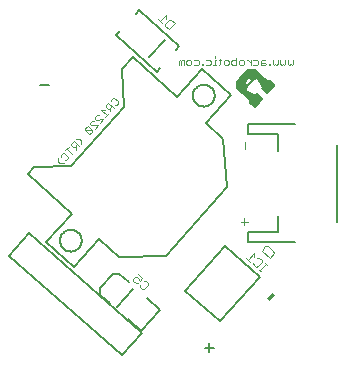
<source format=gbo>
G75*
%MOIN*%
%OFA0B0*%
%FSLAX24Y24*%
%IPPOS*%
%LPD*%
%AMOC8*
5,1,8,0,0,1.08239X$1,22.5*
%
%ADD10C,0.0030*%
%ADD11C,0.0040*%
%ADD12C,0.0050*%
%ADD13C,0.0010*%
%ADD14R,0.0100X0.0250*%
%ADD15C,0.0080*%
D10*
X005225Y002894D02*
X005297Y002829D01*
X005365Y002833D01*
X005430Y002904D02*
X005390Y003005D01*
X005354Y003037D01*
X005286Y003034D01*
X005221Y002962D01*
X005225Y002894D01*
X005430Y002904D02*
X005527Y003012D01*
X005383Y003142D01*
X005569Y002909D02*
X005638Y002912D01*
X005710Y002847D01*
X005713Y002779D01*
X005584Y002635D01*
X005515Y002632D01*
X005444Y002697D01*
X005440Y002765D01*
X008977Y003675D02*
X009121Y003546D01*
X009049Y003611D02*
X009244Y003826D01*
X009251Y003690D01*
X009358Y003658D02*
X009427Y003662D01*
X009498Y003597D01*
X009502Y003529D01*
X009373Y003385D01*
X009304Y003381D01*
X009232Y003446D01*
X009229Y003514D01*
X009414Y003282D02*
X009486Y003217D01*
X009450Y003250D02*
X009644Y003465D01*
X009680Y003433D02*
X009608Y003498D01*
X004663Y008776D02*
X004718Y008838D01*
X004715Y008897D01*
X004591Y009008D01*
X004533Y009005D01*
X004477Y008943D01*
X004480Y008884D01*
X004388Y008845D02*
X004574Y008677D01*
X004512Y008733D02*
X004428Y008640D01*
X004369Y008637D01*
X004307Y008693D01*
X004304Y008752D01*
X004388Y008845D01*
X004456Y008671D02*
X004462Y008553D01*
X004401Y008486D02*
X004290Y008362D01*
X004346Y008424D02*
X004160Y008591D01*
X004277Y008597D01*
X004074Y008434D02*
X004015Y008431D01*
X003959Y008369D01*
X003962Y008310D01*
X003993Y008282D01*
X004229Y008294D01*
X004117Y008170D01*
X004056Y008102D02*
X003945Y007979D01*
X003853Y007939D02*
X003856Y007880D01*
X003800Y007818D01*
X003741Y007815D01*
X003617Y007926D01*
X003853Y007939D01*
X003729Y008050D01*
X003670Y008047D01*
X003614Y007985D01*
X003617Y007926D01*
X003790Y008118D02*
X003787Y008177D01*
X003842Y008239D01*
X003901Y008242D01*
X003790Y008118D02*
X003821Y008090D01*
X004056Y008102D01*
X003477Y007584D02*
X003415Y007639D01*
X003297Y007633D01*
X003238Y007567D02*
X003154Y007474D01*
X003157Y007416D01*
X003219Y007360D01*
X003278Y007363D01*
X003362Y007456D01*
X003424Y007400D02*
X003238Y007567D01*
X003306Y007394D02*
X003312Y007276D01*
X003195Y007146D02*
X003009Y007314D01*
X002954Y007252D02*
X003065Y007376D01*
X002924Y007156D02*
X003048Y007045D01*
X003051Y006986D01*
X002995Y006924D01*
X002936Y006921D01*
X002906Y006825D02*
X002788Y006819D01*
X002726Y006875D01*
X002720Y006993D01*
X002812Y007032D02*
X002809Y007091D01*
X002865Y007153D01*
X002924Y007156D01*
X003483Y007466D02*
X003477Y007584D01*
X004604Y008773D02*
X004663Y008776D01*
X006733Y010095D02*
X006733Y010220D01*
X006775Y010262D01*
X006817Y010220D01*
X006817Y010095D01*
X006900Y010095D02*
X006900Y010262D01*
X006858Y010262D01*
X006817Y010220D01*
X006991Y010220D02*
X006991Y010137D01*
X007033Y010095D01*
X007116Y010095D01*
X007158Y010137D01*
X007158Y010220D01*
X007116Y010262D01*
X007033Y010262D01*
X006991Y010220D01*
X007249Y010262D02*
X007374Y010262D01*
X007416Y010220D01*
X007416Y010137D01*
X007374Y010095D01*
X007249Y010095D01*
X007503Y010095D02*
X007545Y010095D01*
X007545Y010137D01*
X007503Y010137D01*
X007503Y010095D01*
X007636Y010095D02*
X007761Y010095D01*
X007802Y010137D01*
X007802Y010220D01*
X007761Y010262D01*
X007636Y010262D01*
X007933Y010262D02*
X007933Y010095D01*
X007974Y010095D02*
X007891Y010095D01*
X008063Y010095D02*
X008105Y010137D01*
X008105Y010304D01*
X008146Y010262D02*
X008063Y010262D01*
X007974Y010262D02*
X007933Y010262D01*
X007933Y010345D02*
X007933Y010387D01*
X008237Y010220D02*
X008237Y010137D01*
X008279Y010095D01*
X008362Y010095D01*
X008404Y010137D01*
X008404Y010220D01*
X008362Y010262D01*
X008279Y010262D01*
X008237Y010220D01*
X008495Y010220D02*
X008495Y010137D01*
X008537Y010095D01*
X008662Y010095D01*
X008662Y010345D01*
X008662Y010262D02*
X008537Y010262D01*
X008495Y010220D01*
X008753Y010220D02*
X008753Y010137D01*
X008795Y010095D01*
X008878Y010095D01*
X008920Y010137D01*
X008920Y010220D01*
X008878Y010262D01*
X008795Y010262D01*
X008753Y010220D01*
X009009Y010262D02*
X009051Y010262D01*
X009135Y010178D01*
X009135Y010095D02*
X009135Y010262D01*
X009226Y010262D02*
X009351Y010262D01*
X009392Y010220D01*
X009392Y010137D01*
X009351Y010095D01*
X009226Y010095D01*
X009483Y010095D02*
X009608Y010095D01*
X009650Y010137D01*
X009608Y010178D01*
X009483Y010178D01*
X009483Y010220D02*
X009483Y010095D01*
X009483Y010220D02*
X009525Y010262D01*
X009608Y010262D01*
X009737Y010137D02*
X009737Y010095D01*
X009779Y010095D01*
X009779Y010137D01*
X009737Y010137D01*
X009870Y010137D02*
X009870Y010262D01*
X009870Y010137D02*
X009912Y010095D01*
X009954Y010137D01*
X009995Y010095D01*
X010037Y010137D01*
X010037Y010262D01*
X010128Y010262D02*
X010128Y010137D01*
X010170Y010095D01*
X010211Y010137D01*
X010253Y010095D01*
X010295Y010137D01*
X010295Y010262D01*
X010386Y010262D02*
X010386Y010137D01*
X010427Y010095D01*
X010469Y010137D01*
X010511Y010095D01*
X010553Y010137D01*
X010553Y010262D01*
X006596Y011514D02*
X006488Y011611D01*
X006420Y011608D01*
X006291Y011464D01*
X006294Y011396D01*
X006402Y011299D01*
X006596Y011514D01*
X006313Y011640D02*
X006305Y011776D01*
X006111Y011561D01*
X006039Y011625D02*
X006183Y011496D01*
D11*
X008937Y007540D02*
X008937Y007300D01*
X008917Y005000D02*
X008917Y004760D01*
X008797Y004880D02*
X009037Y004880D01*
X009622Y004050D02*
X009706Y004058D01*
X009890Y003903D01*
X009898Y003819D01*
X009782Y003681D01*
X009506Y003912D01*
X009622Y004050D01*
D12*
X003256Y003375D02*
X002326Y004213D01*
X003163Y005143D01*
X001697Y006464D01*
X001912Y006703D01*
X003134Y006737D01*
X004912Y008712D01*
X004857Y009973D01*
X005206Y010361D01*
X006672Y009041D01*
X007510Y009971D01*
X008470Y009107D01*
X007632Y008177D01*
X008226Y007641D01*
X008354Y006025D01*
X006298Y003741D01*
X004762Y003704D01*
X004094Y004306D01*
X003256Y003375D01*
X002779Y004243D02*
X002781Y004281D01*
X002787Y004318D01*
X002797Y004355D01*
X002810Y004390D01*
X002827Y004423D01*
X002848Y004455D01*
X002872Y004485D01*
X002898Y004511D01*
X002928Y004535D01*
X002959Y004556D01*
X002993Y004573D01*
X003028Y004586D01*
X003065Y004596D01*
X003102Y004602D01*
X003140Y004604D01*
X003178Y004602D01*
X003215Y004596D01*
X003252Y004586D01*
X003287Y004573D01*
X003320Y004556D01*
X003352Y004535D01*
X003382Y004511D01*
X003408Y004485D01*
X003432Y004455D01*
X003453Y004424D01*
X003470Y004390D01*
X003483Y004355D01*
X003493Y004318D01*
X003499Y004281D01*
X003501Y004243D01*
X003499Y004205D01*
X003493Y004168D01*
X003483Y004131D01*
X003470Y004096D01*
X003453Y004063D01*
X003432Y004031D01*
X003408Y004001D01*
X003382Y003975D01*
X003352Y003951D01*
X003321Y003930D01*
X003287Y003913D01*
X003252Y003900D01*
X003215Y003890D01*
X003178Y003884D01*
X003140Y003882D01*
X003102Y003884D01*
X003065Y003890D01*
X003028Y003900D01*
X002993Y003913D01*
X002960Y003930D01*
X002928Y003951D01*
X002898Y003975D01*
X002872Y004001D01*
X002848Y004031D01*
X002827Y004062D01*
X002810Y004096D01*
X002797Y004131D01*
X002787Y004168D01*
X002781Y004205D01*
X002779Y004243D01*
X004678Y002043D02*
X005214Y002638D01*
X006956Y002582D02*
X008101Y001552D01*
X009439Y003038D01*
X008294Y004068D01*
X006956Y002582D01*
X007747Y000825D02*
X007747Y000525D01*
X007597Y000675D02*
X007897Y000675D01*
X007211Y009075D02*
X007213Y009113D01*
X007219Y009150D01*
X007229Y009187D01*
X007242Y009222D01*
X007259Y009255D01*
X007280Y009287D01*
X007304Y009317D01*
X007330Y009343D01*
X007360Y009367D01*
X007391Y009388D01*
X007425Y009405D01*
X007460Y009418D01*
X007497Y009428D01*
X007534Y009434D01*
X007572Y009436D01*
X007610Y009434D01*
X007647Y009428D01*
X007684Y009418D01*
X007719Y009405D01*
X007752Y009388D01*
X007784Y009367D01*
X007814Y009343D01*
X007840Y009317D01*
X007864Y009287D01*
X007885Y009256D01*
X007902Y009222D01*
X007915Y009187D01*
X007925Y009150D01*
X007931Y009113D01*
X007933Y009075D01*
X007931Y009037D01*
X007925Y009000D01*
X007915Y008963D01*
X007902Y008928D01*
X007885Y008895D01*
X007864Y008863D01*
X007840Y008833D01*
X007814Y008807D01*
X007784Y008783D01*
X007753Y008762D01*
X007719Y008745D01*
X007684Y008732D01*
X007647Y008722D01*
X007610Y008716D01*
X007572Y008714D01*
X007534Y008716D01*
X007497Y008722D01*
X007460Y008732D01*
X007425Y008745D01*
X007392Y008762D01*
X007360Y008783D01*
X007330Y008807D01*
X007304Y008833D01*
X007280Y008863D01*
X007259Y008894D01*
X007242Y008928D01*
X007229Y008963D01*
X007219Y009000D01*
X007213Y009037D01*
X007211Y009075D01*
X002403Y009430D02*
X002103Y009430D01*
D13*
X008648Y009555D02*
X008652Y009336D01*
X009113Y008921D01*
X009066Y008869D01*
X009259Y008695D01*
X009520Y008985D01*
X009327Y009159D01*
X009274Y009099D01*
X008938Y009280D01*
X009012Y009362D01*
X008990Y009382D01*
X009097Y009501D01*
X009082Y009514D01*
X009008Y009432D01*
X008912Y009519D01*
X008649Y009519D01*
X008648Y009527D02*
X008919Y009527D01*
X008912Y009519D02*
X009072Y009698D01*
X009169Y009611D01*
X009082Y009514D01*
X009097Y009501D01*
X009224Y009642D01*
X009246Y009622D01*
X009320Y009704D01*
X009521Y009374D01*
X009871Y009374D01*
X009863Y009366D02*
X009513Y009366D01*
X009506Y009357D02*
X009856Y009357D01*
X009848Y009349D02*
X009498Y009349D01*
X009491Y009340D02*
X009840Y009340D01*
X009833Y009332D02*
X009483Y009332D01*
X009481Y009330D02*
X009521Y009374D01*
X009516Y009383D02*
X009879Y009383D01*
X009886Y009391D02*
X009511Y009391D01*
X009506Y009400D02*
X009894Y009400D01*
X009902Y009408D02*
X009500Y009408D01*
X009495Y009417D02*
X009909Y009417D01*
X009917Y009425D02*
X009490Y009425D01*
X009485Y009434D02*
X009925Y009434D01*
X009928Y009438D02*
X009674Y009156D01*
X009481Y009330D01*
X009488Y009323D02*
X009825Y009323D01*
X009817Y009315D02*
X009498Y009315D01*
X009507Y009306D02*
X009810Y009306D01*
X009802Y009298D02*
X009516Y009298D01*
X009526Y009289D02*
X009794Y009289D01*
X009787Y009281D02*
X009535Y009281D01*
X009545Y009272D02*
X009779Y009272D01*
X009772Y009264D02*
X009554Y009264D01*
X009564Y009255D02*
X009764Y009255D01*
X009756Y009247D02*
X009573Y009247D01*
X009583Y009238D02*
X009749Y009238D01*
X009741Y009230D02*
X009592Y009230D01*
X009601Y009221D02*
X009733Y009221D01*
X009726Y009213D02*
X009611Y009213D01*
X009620Y009204D02*
X009718Y009204D01*
X009710Y009196D02*
X009630Y009196D01*
X009639Y009187D02*
X009703Y009187D01*
X009695Y009179D02*
X009649Y009179D01*
X009658Y009170D02*
X009687Y009170D01*
X009680Y009162D02*
X009668Y009162D01*
X009513Y008992D02*
X009034Y008992D01*
X009025Y009000D02*
X009503Y009000D01*
X009494Y009009D02*
X009015Y009009D01*
X009006Y009017D02*
X009484Y009017D01*
X009475Y009026D02*
X008997Y009026D01*
X008987Y009034D02*
X009465Y009034D01*
X009456Y009043D02*
X008978Y009043D01*
X008968Y009051D02*
X009447Y009051D01*
X009437Y009060D02*
X008959Y009060D01*
X008949Y009068D02*
X009428Y009068D01*
X009418Y009077D02*
X008940Y009077D01*
X008931Y009085D02*
X009409Y009085D01*
X009399Y009094D02*
X008921Y009094D01*
X008912Y009102D02*
X009268Y009102D01*
X009276Y009102D02*
X009390Y009102D01*
X009380Y009111D02*
X009284Y009111D01*
X009292Y009119D02*
X009371Y009119D01*
X009362Y009128D02*
X009299Y009128D01*
X009307Y009136D02*
X009352Y009136D01*
X009343Y009145D02*
X009314Y009145D01*
X009322Y009153D02*
X009333Y009153D01*
X009252Y009111D02*
X008902Y009111D01*
X008893Y009119D02*
X009237Y009119D01*
X009221Y009128D02*
X008883Y009128D01*
X008874Y009136D02*
X009205Y009136D01*
X009189Y009145D02*
X008864Y009145D01*
X008855Y009153D02*
X009174Y009153D01*
X009158Y009162D02*
X008846Y009162D01*
X008836Y009170D02*
X009142Y009170D01*
X009126Y009179D02*
X008827Y009179D01*
X008817Y009187D02*
X009110Y009187D01*
X009095Y009196D02*
X008808Y009196D01*
X008798Y009204D02*
X009079Y009204D01*
X009063Y009213D02*
X008789Y009213D01*
X008779Y009221D02*
X009047Y009221D01*
X009032Y009230D02*
X008770Y009230D01*
X008761Y009238D02*
X009016Y009238D01*
X009000Y009247D02*
X008751Y009247D01*
X008742Y009255D02*
X008984Y009255D01*
X008969Y009264D02*
X008732Y009264D01*
X008723Y009272D02*
X008953Y009272D01*
X008939Y009281D02*
X008713Y009281D01*
X008704Y009289D02*
X008947Y009289D01*
X008954Y009298D02*
X008694Y009298D01*
X008685Y009306D02*
X008962Y009306D01*
X008970Y009315D02*
X008676Y009315D01*
X008666Y009323D02*
X008977Y009323D01*
X008985Y009332D02*
X008657Y009332D01*
X008652Y009340D02*
X008993Y009340D01*
X009000Y009349D02*
X008652Y009349D01*
X008652Y009357D02*
X009008Y009357D01*
X009008Y009366D02*
X008652Y009366D01*
X008651Y009374D02*
X008998Y009374D01*
X008991Y009383D02*
X008651Y009383D01*
X008651Y009391D02*
X008998Y009391D01*
X009006Y009400D02*
X008651Y009400D01*
X008651Y009408D02*
X009014Y009408D01*
X009021Y009417D02*
X008651Y009417D01*
X008650Y009425D02*
X009029Y009425D01*
X009036Y009434D02*
X009010Y009434D01*
X009007Y009434D02*
X008650Y009434D01*
X008650Y009442D02*
X008997Y009442D01*
X008988Y009451D02*
X008650Y009451D01*
X008650Y009459D02*
X008978Y009459D01*
X008969Y009468D02*
X008650Y009468D01*
X008649Y009476D02*
X008960Y009476D01*
X008950Y009485D02*
X008649Y009485D01*
X008649Y009493D02*
X008941Y009493D01*
X008931Y009502D02*
X008649Y009502D01*
X008649Y009510D02*
X008922Y009510D01*
X008926Y009536D02*
X008648Y009536D01*
X008648Y009544D02*
X008934Y009544D01*
X008942Y009553D02*
X008648Y009553D01*
X008648Y009555D02*
X009016Y009964D01*
X009242Y009976D01*
X009695Y009567D01*
X009735Y009612D01*
X009928Y009438D01*
X009924Y009442D02*
X009480Y009442D01*
X009474Y009451D02*
X009914Y009451D01*
X009905Y009459D02*
X009469Y009459D01*
X009464Y009468D02*
X009896Y009468D01*
X009886Y009476D02*
X009459Y009476D01*
X009454Y009485D02*
X009877Y009485D01*
X009867Y009493D02*
X009448Y009493D01*
X009443Y009502D02*
X009858Y009502D01*
X009848Y009510D02*
X009438Y009510D01*
X009433Y009519D02*
X009839Y009519D01*
X009829Y009527D02*
X009428Y009527D01*
X009422Y009536D02*
X009820Y009536D01*
X009811Y009544D02*
X009417Y009544D01*
X009412Y009553D02*
X009801Y009553D01*
X009792Y009561D02*
X009407Y009561D01*
X009402Y009570D02*
X009693Y009570D01*
X009697Y009570D02*
X009782Y009570D01*
X009773Y009578D02*
X009705Y009578D01*
X009712Y009587D02*
X009763Y009587D01*
X009754Y009595D02*
X009720Y009595D01*
X009728Y009604D02*
X009745Y009604D01*
X009683Y009578D02*
X009396Y009578D01*
X009391Y009587D02*
X009674Y009587D01*
X009664Y009595D02*
X009386Y009595D01*
X009381Y009604D02*
X009655Y009604D01*
X009645Y009612D02*
X009376Y009612D01*
X009370Y009621D02*
X009636Y009621D01*
X009627Y009629D02*
X009365Y009629D01*
X009360Y009638D02*
X009617Y009638D01*
X009608Y009646D02*
X009355Y009646D01*
X009350Y009655D02*
X009598Y009655D01*
X009589Y009663D02*
X009344Y009663D01*
X009339Y009672D02*
X009579Y009672D01*
X009570Y009680D02*
X009334Y009680D01*
X009329Y009689D02*
X009560Y009689D01*
X009551Y009697D02*
X009324Y009697D01*
X009314Y009697D02*
X009073Y009697D01*
X009072Y009697D02*
X008776Y009697D01*
X008768Y009689D02*
X009064Y009689D01*
X009057Y009680D02*
X008761Y009680D01*
X008753Y009672D02*
X009049Y009672D01*
X009041Y009663D02*
X008745Y009663D01*
X008738Y009655D02*
X009034Y009655D01*
X009026Y009646D02*
X008730Y009646D01*
X008722Y009638D02*
X009018Y009638D01*
X009011Y009629D02*
X008715Y009629D01*
X008707Y009621D02*
X009003Y009621D01*
X008995Y009612D02*
X008699Y009612D01*
X008692Y009604D02*
X008988Y009604D01*
X008980Y009595D02*
X008684Y009595D01*
X008676Y009587D02*
X008972Y009587D01*
X008965Y009578D02*
X008669Y009578D01*
X008661Y009570D02*
X008957Y009570D01*
X008949Y009561D02*
X008653Y009561D01*
X008783Y009706D02*
X009542Y009706D01*
X009532Y009714D02*
X008791Y009714D01*
X008799Y009723D02*
X009523Y009723D01*
X009513Y009731D02*
X008806Y009731D01*
X008814Y009740D02*
X009504Y009740D01*
X009494Y009748D02*
X008822Y009748D01*
X008829Y009757D02*
X009485Y009757D01*
X009475Y009765D02*
X008837Y009765D01*
X008845Y009774D02*
X009466Y009774D01*
X009457Y009782D02*
X008852Y009782D01*
X008860Y009791D02*
X009447Y009791D01*
X009438Y009799D02*
X008868Y009799D01*
X008875Y009808D02*
X009428Y009808D01*
X009419Y009816D02*
X008883Y009816D01*
X008891Y009825D02*
X009409Y009825D01*
X009400Y009833D02*
X008898Y009833D01*
X008906Y009842D02*
X009391Y009842D01*
X009381Y009850D02*
X008914Y009850D01*
X008921Y009859D02*
X009372Y009859D01*
X009362Y009867D02*
X008929Y009867D01*
X008937Y009876D02*
X009353Y009876D01*
X009343Y009884D02*
X008944Y009884D01*
X008952Y009893D02*
X009334Y009893D01*
X009324Y009901D02*
X008960Y009901D01*
X008967Y009910D02*
X009315Y009910D01*
X009306Y009918D02*
X008975Y009918D01*
X008982Y009927D02*
X009296Y009927D01*
X009287Y009935D02*
X008990Y009935D01*
X008998Y009944D02*
X009277Y009944D01*
X009268Y009952D02*
X009005Y009952D01*
X009013Y009961D02*
X009258Y009961D01*
X009249Y009969D02*
X009120Y009969D01*
X009082Y009689D02*
X009306Y009689D01*
X009299Y009680D02*
X009092Y009680D01*
X009101Y009672D02*
X009291Y009672D01*
X009283Y009663D02*
X009111Y009663D01*
X009120Y009655D02*
X009276Y009655D01*
X009268Y009646D02*
X009129Y009646D01*
X009139Y009638D02*
X009220Y009638D01*
X009229Y009638D02*
X009261Y009638D01*
X009253Y009629D02*
X009238Y009629D01*
X009213Y009629D02*
X009148Y009629D01*
X009158Y009621D02*
X009205Y009621D01*
X009197Y009612D02*
X009167Y009612D01*
X009163Y009604D02*
X009190Y009604D01*
X009182Y009595D02*
X009155Y009595D01*
X009147Y009587D02*
X009174Y009587D01*
X009167Y009578D02*
X009140Y009578D01*
X009132Y009570D02*
X009159Y009570D01*
X009151Y009561D02*
X009124Y009561D01*
X009117Y009553D02*
X009144Y009553D01*
X009136Y009544D02*
X009109Y009544D01*
X009101Y009536D02*
X009128Y009536D01*
X009121Y009527D02*
X009094Y009527D01*
X009086Y009519D02*
X009113Y009519D01*
X009105Y009510D02*
X009086Y009510D01*
X009078Y009510D01*
X009071Y009502D02*
X009096Y009502D01*
X009098Y009502D01*
X009090Y009493D02*
X009063Y009493D01*
X009055Y009485D02*
X009082Y009485D01*
X009075Y009476D02*
X009048Y009476D01*
X009040Y009468D02*
X009067Y009468D01*
X009059Y009459D02*
X009033Y009459D01*
X009025Y009451D02*
X009052Y009451D01*
X009044Y009442D02*
X009017Y009442D01*
X009044Y008983D02*
X009519Y008983D01*
X009511Y008975D02*
X009053Y008975D01*
X009063Y008966D02*
X009504Y008966D01*
X009496Y008958D02*
X009072Y008958D01*
X009082Y008949D02*
X009488Y008949D01*
X009481Y008941D02*
X009091Y008941D01*
X009100Y008932D02*
X009473Y008932D01*
X009465Y008924D02*
X009110Y008924D01*
X009108Y008915D02*
X009458Y008915D01*
X009450Y008907D02*
X009100Y008907D01*
X009093Y008898D02*
X009442Y008898D01*
X009435Y008890D02*
X009085Y008890D01*
X009077Y008881D02*
X009427Y008881D01*
X009419Y008873D02*
X009070Y008873D01*
X009071Y008864D02*
X009412Y008864D01*
X009404Y008856D02*
X009081Y008856D01*
X009090Y008847D02*
X009396Y008847D01*
X009389Y008839D02*
X009100Y008839D01*
X009109Y008830D02*
X009381Y008830D01*
X009374Y008822D02*
X009119Y008822D01*
X009128Y008813D02*
X009366Y008813D01*
X009358Y008805D02*
X009137Y008805D01*
X009147Y008796D02*
X009351Y008796D01*
X009343Y008788D02*
X009156Y008788D01*
X009166Y008779D02*
X009335Y008779D01*
X009328Y008771D02*
X009175Y008771D01*
X009185Y008762D02*
X009320Y008762D01*
X009312Y008754D02*
X009194Y008754D01*
X009204Y008745D02*
X009305Y008745D01*
X009297Y008737D02*
X009213Y008737D01*
X009222Y008728D02*
X009289Y008728D01*
X009282Y008720D02*
X009232Y008720D01*
X009241Y008711D02*
X009274Y008711D01*
X009266Y008703D02*
X009251Y008703D01*
D14*
G36*
X009860Y002490D02*
X009934Y002423D01*
X009768Y002238D01*
X009694Y002305D01*
X009860Y002490D01*
G37*
D15*
X010624Y004191D02*
X009050Y004191D01*
X009050Y004526D01*
X010034Y004526D01*
X010034Y005077D01*
X012002Y004880D02*
X012002Y007440D01*
X010624Y008129D02*
X009050Y008129D01*
X009050Y007794D01*
X010034Y007794D01*
X010034Y007243D01*
X006644Y010597D02*
X006762Y010728D01*
X005417Y011940D01*
X005298Y011808D01*
X004771Y011223D02*
X004653Y011092D01*
X005998Y009880D01*
X006117Y010012D01*
X005737Y010354D02*
X006264Y010939D01*
X001756Y004491D02*
X001094Y003742D01*
X004839Y000429D01*
X005501Y001178D01*
X001756Y004491D01*
X004115Y002665D02*
X004127Y002442D01*
X004449Y002152D01*
X004115Y002665D02*
X004537Y003133D01*
X004759Y003144D01*
X005081Y002855D01*
X005666Y002328D02*
X006105Y001932D01*
X005473Y001230D01*
X005034Y001625D01*
M02*

</source>
